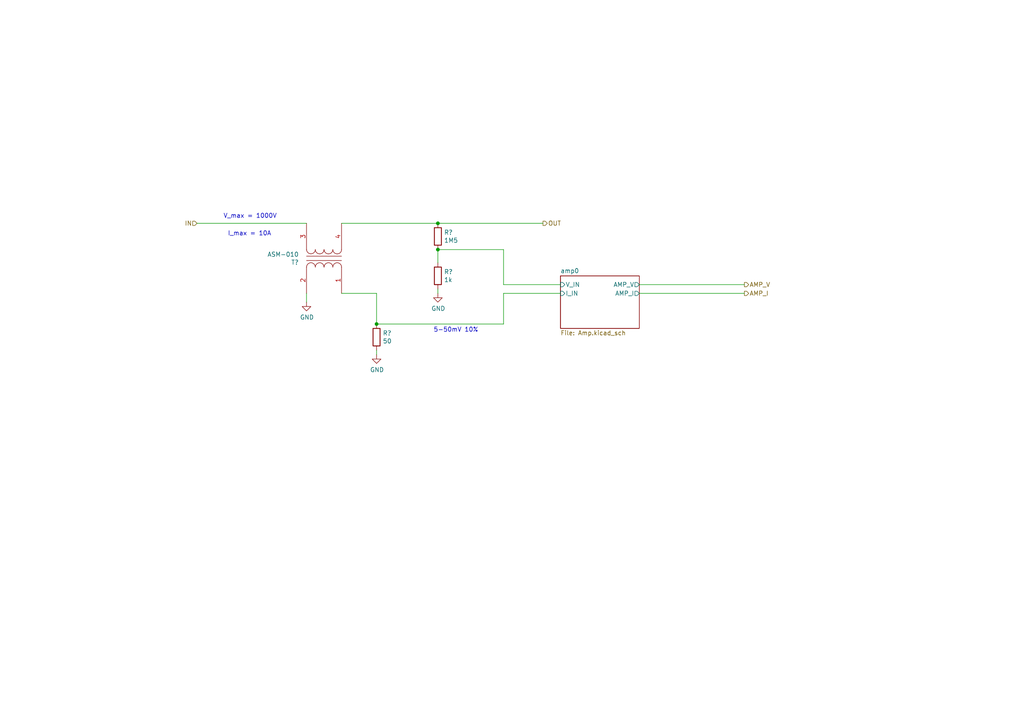
<source format=kicad_sch>
(kicad_sch (version 20231120) (generator "eeschema") (generator_version "8.0")
  (paper "A4")
  (lib_symbols
    (symbol "Device:R" (pin_numbers hide) (pin_names (offset 0))
      (property "Reference" "R" (at 2.032 0 90))
      (property "Value" "R" (at 0 0 90))
      (symbol "R_0_1"
        (rectangle (start -1.016 -2.54) (end 1.016 2.54) (stroke (width 0.254)))
      )
      (symbol "R_1_1"
        (pin passive line (at 0 3.81 270) (length 1.27) (name "~") (number "1"))
        (pin passive line (at 0 -3.81 90) (length 1.27) (name "~") (number "2"))
      )
    )
    (symbol "Device:Transformer_1P_1S" (pin_names (offset 1.016) hide)
      (property "Reference" "T" (at 0 6.35 0))
      (property "Value" "Transformer_1P_1S" (at 0 -7.62 0))
      (symbol "Transformer_1P_1S_0_1"
        (arc (start -2.54 -5.0546) (mid -1.6599 -4.6901) (end -1.27 -3.81))
        (arc (start -2.54 -2.5146) (mid -1.6599 -2.1501) (end -1.27 -1.27))
        (arc (start -2.54 0.0254) (mid -1.6599 0.3899) (end -1.27 1.27))
        (arc (start -2.54 2.5654) (mid -1.6599 2.9299) (end -1.27 3.81))
        (arc (start -1.27 -3.81) (mid -1.642 -2.912) (end -2.54 -2.54))
        (arc (start -1.27 -1.27) (mid -1.642 -0.372) (end -2.54 0))
        (arc (start -1.27 1.27) (mid -1.642 2.168) (end -2.54 2.54))
        (arc (start -1.27 3.81) (mid -1.642 4.708) (end -2.54 5.08))
        (polyline (pts (xy -0.635 5.08) (xy -0.635 -5.08)))
        (polyline (pts (xy 0.635 -5.08) (xy 0.635 5.08)))
        (arc (start 1.2954 -1.27) (mid 1.6599 -2.1501) (end 2.54 -2.5146))
        (arc (start 1.2954 1.27) (mid 1.6599 0.3899) (end 2.54 0.0254))
        (arc (start 1.2954 3.81) (mid 1.6599 2.9299) (end 2.54 2.5654))
        (arc (start 1.3208 -3.81) (mid 1.6853 -4.6901) (end 2.5654 -5.0546))
        (arc (start 2.54 0) (mid 1.642 -0.372) (end 1.2954 -1.27))
        (arc (start 2.54 2.54) (mid 1.642 2.168) (end 1.2954 1.27))
        (arc (start 2.54 5.08) (mid 1.642 4.708) (end 1.2954 3.81))
        (arc (start 2.5654 -2.54) (mid 1.6674 -2.912) (end 1.3208 -3.81))
      )
      (symbol "Transformer_1P_1S_1_1"
        (pin passive line (at -10.16 5.08 0) (length 7.62) (name "AA") (number "1"))
        (pin passive line (at -10.16 -5.08 0) (length 7.62) (name "AB") (number "2"))
        (pin passive line (at 10.16 -5.08 180) (length 7.62) (name "SA") (number "3"))
        (pin passive line (at 10.16 5.08 180) (length 7.62) (name "SB") (number "4"))
      )
    )
    (symbol "power:GND" (power) (pin_names (offset 0))
      (property "Value" "GND" (at 0 -3.81 0))
      (symbol "GND_0_1"
        (polyline (pts (xy 0 0) (xy 0 -1.27) (xy 1.27 -1.27) (xy 0 -2.54) (xy -1.27 -1.27) (xy 0 -1.27)))
      )
      (symbol "GND_1_1"
        (pin power_in line (at 0 0 270) (length 0) hide (name "GND") (number "1"))
      )
    )
  )
  (junction (at 127 64.77))
  (junction (at 127 72.39))
  (junction (at 109.22 93.98))
  (wire (pts (xy 185.42 82.55) (xy 215.9 82.55)))
  (wire (pts (xy 88.9 64.77) (xy 57.15 64.77)))
  (wire (pts (xy 185.42 85.09) (xy 215.9 85.09)))
  (wire (pts (xy 109.22 93.98) (xy 146.05 93.98)))
  (wire (pts (xy 99.06 85.09) (xy 109.22 85.09)))
  (wire (pts (xy 99.06 64.77) (xy 127 64.77)))
  (wire (pts (xy 88.9 87.63) (xy 88.9 85.09)))
  (wire (pts (xy 109.22 102.87) (xy 109.22 101.6)))
  (wire (pts (xy 109.22 85.09) (xy 109.22 93.98)))
  (wire (pts (xy 127 64.77) (xy 157.48 64.77)))
  (wire (pts (xy 127 85.09) (xy 127 83.82)))
  (wire (pts (xy 127 76.2) (xy 127 72.39)))
  (wire (pts (xy 146.05 82.55) (xy 162.56 82.55)))
  (wire (pts (xy 127 72.39) (xy 146.05 72.39)))
  (wire (pts (xy 146.05 72.39) (xy 146.05 82.55)))
  (wire (pts (xy 146.05 93.98) (xy 146.05 85.09)))
  (wire (pts (xy 146.05 85.09) (xy 162.56 85.09)))
  (text "V_max = 1000V" (at 64.77 63.5 0) (effects (font (size 1.27 1.27)) (justify left bottom)))
  (text "5-50mV 10%" (at 125.73 96.52 0) (effects (font (size 1.27 1.27)) (justify left bottom)))
  (text "I_max = 10A" (at 66.04 68.58 0) (effects (font (size 1.27 1.27)) (justify left bottom)))
  (hierarchical_label "IN" (shape input) (at 57.15 64.77 180))
  (hierarchical_label "AMP_I" (shape output) (at 215.9 85.09 0))
  (hierarchical_label "OUT" (shape output) (at 157.48 64.77 0))
  (hierarchical_label "AMP_V" (shape output) (at 215.9 82.55 0))
  (symbol (lib_id "Device:Transformer_1P_1S") (at 93.98 74.93 270) (mirror x) (unit 1)
    (property "Reference" "T?" (at 86.6902 76.0984 90) (effects (justify right)))
    (property "Value" "ASM-010" (at 86.6902 73.787 90) (effects (justify right)))
    (property "Footprint" "Local_Modules:ASM-010" (effects (hide yes)))
    (instances (project "" (path "" (reference "T?") (unit 1)) (path "" (reference "T?") (unit 1)) (path "" (reference "T?") (unit 1))) (project "" (path "" (reference "T1") (unit 1)) (path "" (reference "T2") (unit 1)) (path "" (reference "T3") (unit 1))))
  )
  (symbol (lib_id "power:GND") (at 88.9 87.63 0) (unit 1)
    (property "Reference" "#PWR?" (effects (hide yes)))
    (property "Value" "GND" (at 89.027 92.0242 0))
    (instances (project "" (path "" (reference "#PWR?") (unit 1)) (path "" (reference "#PWR?") (unit 1)) (path "" (reference "#PWR?") (unit 1))) (project "" (path "" (reference "#PWR015") (unit 1)) (path "" (reference "#PWR026") (unit 1)) (path "" (reference "#PWR037") (unit 1))))
  )
  (symbol (lib_id "power:GND") (at 109.22 102.87 0) (unit 1)
    (property "Reference" "#PWR?" (effects (hide yes)))
    (property "Value" "GND" (at 109.347 107.2642 0))
    (instances (project "" (path "" (reference "#PWR?") (unit 1)) (path "" (reference "#PWR?") (unit 1)) (path "" (reference "#PWR?") (unit 1))) (project "" (path "" (reference "#PWR016") (unit 1)) (path "" (reference "#PWR027") (unit 1)) (path "" (reference "#PWR038") (unit 1))))
  )
  (symbol (lib_id "power:GND") (at 127 85.09 0) (unit 1)
    (property "Reference" "#PWR?" (effects (hide yes)))
    (property "Value" "GND" (at 127.127 89.4842 0))
    (instances (project "" (path "" (reference "#PWR?") (unit 1)) (path "" (reference "#PWR?") (unit 1)) (path "" (reference "#PWR?") (unit 1))) (project "" (path "" (reference "#PWR017") (unit 1)) (path "" (reference "#PWR028") (unit 1)) (path "" (reference "#PWR039") (unit 1))))
  )
  (symbol (lib_id "Device:R") (at 127 80.01 0) (unit 1)
    (property "Reference" "R?" (at 128.778 78.8416 0) (effects (justify left)))
    (property "Value" "1k" (at 128.778 81.153 0) (effects (justify left)))
    (property "Footprint" "For_Rasterboard:R_Axial_DIN0207_L6.3mm_D2.5mm_Pinf_Horizontal" (effects (hide yes)))
    (instances (project "" (path "" (reference "R?") (unit 1)) (path "" (reference "R?") (unit 1)) (path "" (reference "R?") (unit 1))) (project "" (path "" (reference "R5") (unit 1)) (path "" (reference "R12") (unit 1)) (path "" (reference "R19") (unit 1))))
  )
  (symbol (lib_id "Device:R") (at 127 68.58 0) (unit 1)
    (property "Reference" "R?" (at 128.778 67.4116 0) (effects (justify left)))
    (property "Value" "1M5" (at 128.778 69.723 0) (effects (justify left)))
    (property "Footprint" "For_Rasterboard:R_Axial_DIN0207_L6.3mm_D2.5mm_Pinf_Horizontal" (effects (hide yes)))
    (instances (project "" (path "" (reference "R?") (unit 1)) (path "" (reference "R?") (unit 1)) (path "" (reference "R?") (unit 1))) (project "" (path "" (reference "R4") (unit 1)) (path "" (reference "R11") (unit 1)) (path "" (reference "R18") (unit 1))))
  )
  (symbol (lib_id "Device:R") (at 109.22 97.79 0) (unit 1)
    (property "Reference" "R?" (at 110.998 96.6216 0) (effects (justify left)))
    (property "Value" "50" (at 110.998 98.933 0) (effects (justify left)))
    (property "Footprint" "For_Rasterboard:R_Axial_DIN0207_L6.3mm_D2.5mm_Pinf_Horizontal" (effects (hide yes)))
    (instances (project "" (path "" (reference "R?") (unit 1)) (path "" (reference "R?") (unit 1)) (path "" (reference "R?") (unit 1))) (project "" (path "" (reference "R3") (unit 1)) (path "" (reference "R10") (unit 1)) (path "" (reference "R17") (unit 1))))
  )
  (sheet (at 162.56 80.01) (size 22.86 15.24)
    (property "Sheetname" "amp0" (at 162.56 79.2984 0) (effects (justify left bottom)))
    (property "Sheetfile" "Amp.kicad_sch" (at 162.56 95.8346 0) (effects (justify left top)))
    (pin "V_IN" input (at 162.56 82.55 180))
    (pin "I_IN" input (at 162.56 85.09 180))
    (pin "AMP_V" output (at 185.42 82.55 0))
    (pin "AMP_I" output (at 185.42 85.09 0))
  )
)
</source>
